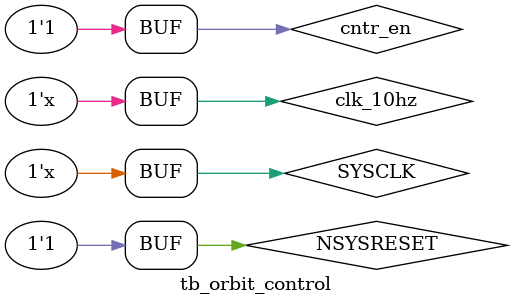
<source format=v>


`timescale 1ns/100ps

module tb_orbit_control;

parameter SYSCLK_PERIOD = 20.8333;// 48.0001MHZ

reg SYSCLK;
reg NSYSRESET;
reg clk_10hz;
reg cntr_en;

initial
begin
    SYSCLK = 1'b0;
    NSYSRESET = 1'b0;
    clk_10hz = 1'b0;
    cntr_en = 1'b0;
end

//////////////////////////////////////////////////////////////////////
// Reset Pulse
//////////////////////////////////////////////////////////////////////
initial
begin
    #(SYSCLK_PERIOD * 10 )
        NSYSRESET = 1'b1;
    #(SYSCLK_PERIOD*11)
        NSYSRESET = 1'b0;
    #(SYSCLK_PERIOD*12)
        NSYSRESET = 1'b1;
    #(SYSCLK_PERIOD*400)
        cntr_en = 1'b1;
end


//////////////////////////////////////////////////////////////////////
// Clock Driver
//////////////////////////////////////////////////////////////////////
always @(SYSCLK)
    #(SYSCLK_PERIOD / 2.0) SYSCLK <= !SYSCLK;

always @(SYSCLK)
    #(9600001*SYSCLK_PERIOD) clk_10hz <= !clk_10hz;


wire tx_en;

//////////////////////////////////////////////////////////////////////
// Instantiate Unit Under Test:  orbit_control
//////////////////////////////////////////////////////////////////////
orbit_control orbit_control_0 (
    // Inputs
    .cntr_enable(cntr_en),
    .clk(clk_10hz),
    .reset(NSYSRESET),
    .CLK_48MHZ(SYSCLK),

    // Outputs
    .tx_enable( tx_en)

    // Inouts

);

endmodule


</source>
